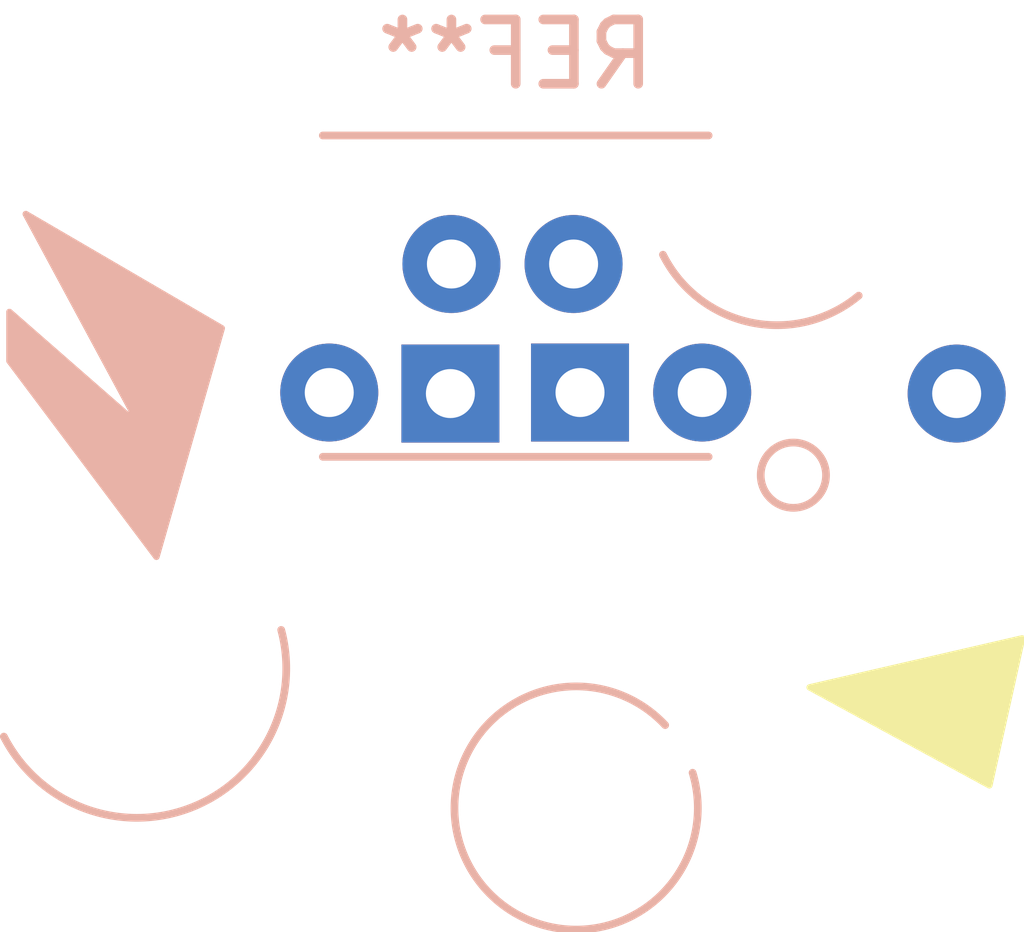
<source format=kicad_pcb>
(kicad_pcb (version 20171130) (host pcbnew 5.1.2-f72e74a~84~ubuntu18.04.1)

  (general
    (thickness 1.6)
    (drawings 0)
    (tracks 0)
    (zones 0)
    (modules 1)
    (nets 1)
  )

  (page A4)
  (layers
    (0 COPPERGAGEN signal)
    (1 In1.Cu signal)
    (2 In2.Cu signal)
    (3 In3.Cu signal)
    (4 In4.Cu signal)
    (31 B.Cu signal)
    (32 B.Adhes user)
    (33 F.Adhes user)
    (34 B.Paste user)
    (35 F.Paste user)
    (36 B.SilkS user)
    (37 F.SilkS user)
    (38 B.Mask user)
    (39 F.Mask user)
    (40 Dwgs.User user)
    (41 Cmts.User user)
    (42 Eco1.User user)
    (43 Eco2.User user)
    (44 Edge.Cuts user)
    (45 Margin user)
    (46 B.CrtYd user)
    (47 F.CrtYd user)
    (48 B.Fab user)
    (49 F.Fab user)
  )

  (setup
    (last_trace_width 0.25)
    (trace_clearance 0.2)
    (zone_clearance 0.508)
    (zone_45_only no)
    (trace_min 0.2)
    (via_size 0.8)
    (via_drill 0.4)
    (via_min_size 0.7)
    (via_min_drill 0.4)
    (uvia_size 0.3)
    (uvia_drill 0.1)
    (uvias_allowed no)
    (uvia_min_size 0.1)
    (uvia_min_drill 0.1)
    (edge_width 0.05)
    (segment_width 0.2)
    (pcb_text_width 0.3)
    (pcb_text_size 1.5 1.5)
    (mod_edge_width 0.12)
    (mod_text_size 1 1)
    (mod_text_width 0.15)
    (pad_size 1.524 1.524)
    (pad_drill 0.762)
    (pad_to_mask_clearance 0.051)
    (solder_mask_min_width 0.25)
    (aux_axis_origin 0 0)
    (visible_elements FFFFFF7F)
    (pcbplotparams
      (layerselection 0x010fc_ffffffff)
      (usegerberextensions false)
      (usegerberattributes false)
      (usegerberadvancedattributes false)
      (creategerberjobfile false)
      (excludeedgelayer true)
      (linewidth 0.150000)
      (plotframeref false)
      (viasonmask false)
      (mode 1)
      (useauxorigin false)
      (hpglpennumber 1)
      (hpglpenspeed 20)
      (hpglpendiameter 15.000000)
      (psnegative false)
      (psa4output false)
      (plotreference true)
      (plotvalue true)
      (plotinvisibletext false)
      (padsonsilk false)
      (subtractmaskfromsilk false)
      (outputformat 1)
      (mirror false)
      (drillshape 1)
      (scaleselection 1)
      (outputdirectory ""))
  )

  (net 0 "")

  (net_class Default "This is the default net class."
    (clearance 0.2)
    (trace_width 0.25)
    (via_dia 0.8)
    (via_drill 0.4)
    (uvia_dia 0.3)
    (uvia_drill 0.1)
  )

  (module cadlabtest:testings (layer B.Cu) (tedit 5D0CBA1A) (tstamp 5D00BFCB)
    (at 151.31 29.79)
    (fp_text reference REF** (at 0 -4.26) (layer B.SilkS)
      (effects (font (size 1 1) (thickness 0.15)) (justify mirror))
    )
    (fp_text value testings (at -0.8 3.25) (layer B.Fab)
      (effects (font (size 1 1) (thickness 0.15)) (justify mirror))
    )
    (fp_line (start -3 -3) (end 3 -3) (layer B.SilkS) (width 0.12))
    (fp_line (start -3 2) (end 3 2) (layer B.SilkS) (width 0.12))
    (fp_circle (center 4.318 2.286) (end 4.826 2.286) (layer B.SilkS) (width 0.12))
    (fp_arc (start 4.064 -2.032) (end 5.333999 -0.508001) (angle 103.2405199) (layer B.SilkS) (width 0.12))
    (fp_poly (pts (xy -7.874 0.508) (xy -5.588 3.556) (xy -4.572 0) (xy -7.62 -1.778)
      (xy -5.842 1.524) (xy -7.874 -0.254)) (layer B.SilkS) (width 0.1))
    (fp_poly (pts (xy 4.572 5.588) (xy 7.874 4.826) (xy 7.366 7.112)) (layer F.SilkS) (width 0.1))
    (fp_text user tes (at -1.524 6.35) (layer Eco2.User)
      (effects (font (size 1 1) (thickness 0.15)))
    )
    (fp_arc (start -5.8928 5.29336) (end -3.647441 4.693921) (angle 167.8011659) (layer B.SilkS) (width 0.12))
    (fp_arc (start 0.9398 7.46506) (end 2.75082 6.91642) (angle 333.868926) (layer B.SilkS) (width 0.12))
    (pad 6 thru_hole circle (at 0.9 -1) (size 1.524 1.524) (drill 0.762) (layers *.Cu *.Mask))
    (pad 5 thru_hole circle (at -1 -1) (size 1.524 1.524) (drill 0.762) (layers *.Cu *.Mask))
    (pad 4 thru_hole circle (at 2.9 1) (size 1.524 1.524) (drill 0.762) (layers *.Cu *.Mask))
    (pad 3 thru_hole rect (at 0.999999 1) (size 1.524 1.524) (drill 0.762) (layers *.Mask B.Cu))
    (pad 2 thru_hole rect (at -1.016 1.016) (size 1.524 1.524) (drill 0.762) (layers *.Mask B.Cu))
    (pad 1 thru_hole circle (at -2.9 1) (size 1.524 1.524) (drill 0.762) (layers *.Cu *.Mask))
    (pad 7 thru_hole circle (at 6.858 1.016) (size 1.524 1.524) (drill 0.762) (layers *.Mask COPPERGAGEN))
  )

)

</source>
